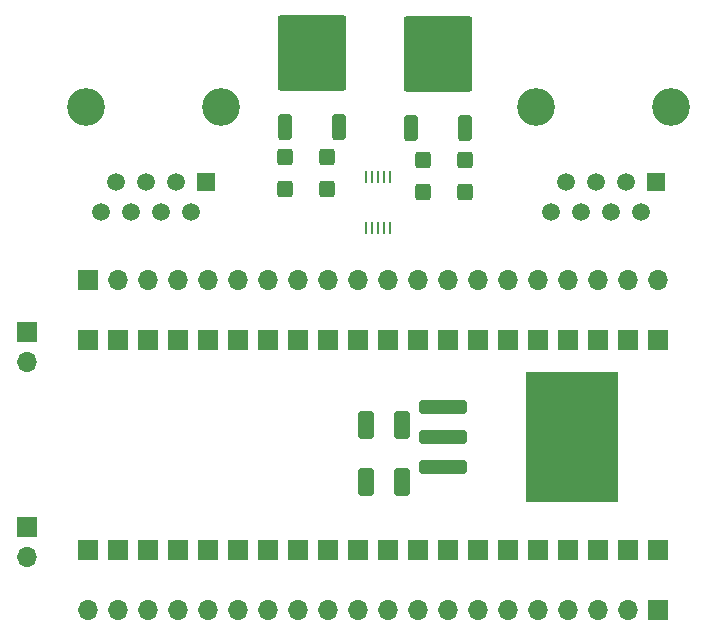
<source format=gts>
%TF.GenerationSoftware,KiCad,Pcbnew,8.0.4*%
%TF.CreationDate,2024-08-14T15:44:39+01:00*%
%TF.ProjectId,PicoChain,5069636f-4368-4616-996e-2e6b69636164,rev?*%
%TF.SameCoordinates,Original*%
%TF.FileFunction,Soldermask,Top*%
%TF.FilePolarity,Negative*%
%FSLAX46Y46*%
G04 Gerber Fmt 4.6, Leading zero omitted, Abs format (unit mm)*
G04 Created by KiCad (PCBNEW 8.0.4) date 2024-08-14 15:44:39*
%MOMM*%
%LPD*%
G01*
G04 APERTURE LIST*
G04 Aperture macros list*
%AMRoundRect*
0 Rectangle with rounded corners*
0 $1 Rounding radius*
0 $2 $3 $4 $5 $6 $7 $8 $9 X,Y pos of 4 corners*
0 Add a 4 corners polygon primitive as box body*
4,1,4,$2,$3,$4,$5,$6,$7,$8,$9,$2,$3,0*
0 Add four circle primitives for the rounded corners*
1,1,$1+$1,$2,$3*
1,1,$1+$1,$4,$5*
1,1,$1+$1,$6,$7*
1,1,$1+$1,$8,$9*
0 Add four rect primitives between the rounded corners*
20,1,$1+$1,$2,$3,$4,$5,0*
20,1,$1+$1,$4,$5,$6,$7,0*
20,1,$1+$1,$6,$7,$8,$9,0*
20,1,$1+$1,$8,$9,$2,$3,0*%
G04 Aperture macros list end*
%ADD10RoundRect,0.250000X0.412500X0.925000X-0.412500X0.925000X-0.412500X-0.925000X0.412500X-0.925000X0*%
%ADD11RoundRect,0.149250X-1.847750X-0.447750X1.847750X-0.447750X1.847750X0.447750X-1.847750X0.447750X0*%
%ADD12RoundRect,0.102000X-3.810000X-5.420000X3.810000X-5.420000X3.810000X5.420000X-3.810000X5.420000X0*%
%ADD13RoundRect,0.250000X-0.425000X0.450000X-0.425000X-0.450000X0.425000X-0.450000X0.425000X0.450000X0*%
%ADD14RoundRect,0.102000X-0.754000X0.754000X-0.754000X-0.754000X0.754000X-0.754000X0.754000X0.754000X0*%
%ADD15R,1.700000X1.700000*%
%ADD16O,1.700000X1.700000*%
%ADD17C,3.200000*%
%ADD18R,1.500000X1.500000*%
%ADD19C,1.500000*%
%ADD20RoundRect,0.250000X0.350000X-0.850000X0.350000X0.850000X-0.350000X0.850000X-0.350000X-0.850000X0*%
%ADD21RoundRect,0.249997X2.650003X-2.950003X2.650003X2.950003X-2.650003X2.950003X-2.650003X-2.950003X0*%
%ADD22R,0.250000X1.100000*%
G04 APERTURE END LIST*
D10*
%TO.C,C6*%
X160303500Y-103950000D03*
X157228500Y-103950000D03*
%TD*%
D11*
%TO.C,U5*%
X163796000Y-102426000D03*
X163796000Y-104966000D03*
X163796000Y-107506000D03*
D12*
X174676000Y-104966000D03*
%TD*%
D13*
%TO.C,C4*%
X153940000Y-81264000D03*
X153940000Y-83964000D03*
%TD*%
D14*
%TO.C,U2*%
X171809400Y-114542600D03*
X174349400Y-114542600D03*
X169269400Y-114542600D03*
X164189400Y-114542600D03*
X176889400Y-114542600D03*
X151489400Y-114542600D03*
X138789400Y-114542600D03*
X176889400Y-96762600D03*
X164189400Y-96762600D03*
X151489400Y-96762600D03*
X138789400Y-96762600D03*
X181969400Y-96762600D03*
X179429400Y-96762600D03*
X174349400Y-96762600D03*
X171809400Y-96762600D03*
X169269400Y-96762600D03*
X166729400Y-96762600D03*
X161649400Y-96762600D03*
X159109400Y-96762600D03*
X156569400Y-96762600D03*
X154029400Y-96762600D03*
X148949400Y-96762600D03*
X146409400Y-96762600D03*
X143869400Y-96762600D03*
X141329400Y-96762600D03*
X136249400Y-96762600D03*
X133709400Y-96762600D03*
X133709400Y-114542600D03*
X136249400Y-114542600D03*
X141329400Y-114542600D03*
X143869400Y-114542600D03*
X146409400Y-114542600D03*
X148949400Y-114542600D03*
X154029400Y-114542600D03*
X159109400Y-114542600D03*
X161649400Y-114542600D03*
X166729400Y-114542600D03*
X156569400Y-114542600D03*
X181969400Y-114542600D03*
X179429400Y-114542600D03*
%TD*%
D15*
%TO.C,+12V*%
X128540000Y-112581000D03*
D16*
X128540000Y-115121000D03*
%TD*%
D17*
%TO.C,J1*%
X145014500Y-77046000D03*
X133584500Y-77046000D03*
D18*
X143744500Y-83396000D03*
D19*
X142474500Y-85936000D03*
X141204500Y-83396000D03*
X139934500Y-85936000D03*
X138664500Y-83396000D03*
X137394500Y-85936000D03*
X136124500Y-83396000D03*
X134854500Y-85936000D03*
%TD*%
D13*
%TO.C,C1*%
X150384000Y-81264000D03*
X150384000Y-83964000D03*
%TD*%
D15*
%TO.C,J6*%
X181969400Y-119622600D03*
D16*
X179429400Y-119622600D03*
X176889400Y-119622600D03*
X174349400Y-119622600D03*
X171809400Y-119622600D03*
X169269400Y-119622600D03*
X166729400Y-119622600D03*
X164189400Y-119622600D03*
X161649400Y-119622600D03*
X159109400Y-119622600D03*
X156569400Y-119622600D03*
X154029400Y-119622600D03*
X151489400Y-119622600D03*
X148949400Y-119622600D03*
X146409400Y-119622600D03*
X143869400Y-119622600D03*
X141329400Y-119622600D03*
X138789400Y-119622600D03*
X136249400Y-119622600D03*
X133709400Y-119622600D03*
%TD*%
D13*
%TO.C,C3*%
X162068000Y-81518000D03*
X162068000Y-84218000D03*
%TD*%
%TO.C,C2*%
X165624000Y-81518000D03*
X165624000Y-84218000D03*
%TD*%
D20*
%TO.C,U3*%
X161059000Y-78857000D03*
D21*
X163339000Y-72557000D03*
D20*
X165619000Y-78857000D03*
%TD*%
D15*
%TO.C,J5*%
X133709400Y-91682600D03*
D16*
X136249400Y-91682600D03*
X138789400Y-91682600D03*
X141329400Y-91682600D03*
X143869400Y-91682600D03*
X146409400Y-91682600D03*
X148949400Y-91682600D03*
X151489400Y-91682600D03*
X154029400Y-91682600D03*
X156569400Y-91682600D03*
X159109400Y-91682600D03*
X161649400Y-91682600D03*
X164189400Y-91682600D03*
X166729400Y-91682600D03*
X169269400Y-91682600D03*
X171809400Y-91682600D03*
X174349400Y-91682600D03*
X176889400Y-91682600D03*
X179429400Y-91682600D03*
X181969400Y-91682600D03*
%TD*%
D22*
%TO.C,U1*%
X157258000Y-87304000D03*
X157758000Y-87304000D03*
X158258000Y-87304000D03*
X158758000Y-87304000D03*
X159258000Y-87304000D03*
X159258000Y-83004000D03*
X158758000Y-83004000D03*
X158258000Y-83004000D03*
X157758000Y-83004000D03*
X157258000Y-83004000D03*
%TD*%
D10*
%TO.C,C5*%
X160303500Y-108776000D03*
X157228500Y-108776000D03*
%TD*%
D17*
%TO.C,J2*%
X183114500Y-77046000D03*
X171684500Y-77046000D03*
D18*
X181844500Y-83396000D03*
D19*
X180574500Y-85936000D03*
X179304500Y-83396000D03*
X178034500Y-85936000D03*
X176764500Y-83396000D03*
X175494500Y-85936000D03*
X174224500Y-83396000D03*
X172954500Y-85936000D03*
%TD*%
D20*
%TO.C,U4*%
X150390000Y-78754000D03*
D21*
X152670000Y-72454000D03*
D20*
X154950000Y-78754000D03*
%TD*%
D15*
%TO.C,+5V*%
X128540000Y-96071000D03*
D16*
X128540000Y-98611000D03*
%TD*%
M02*

</source>
